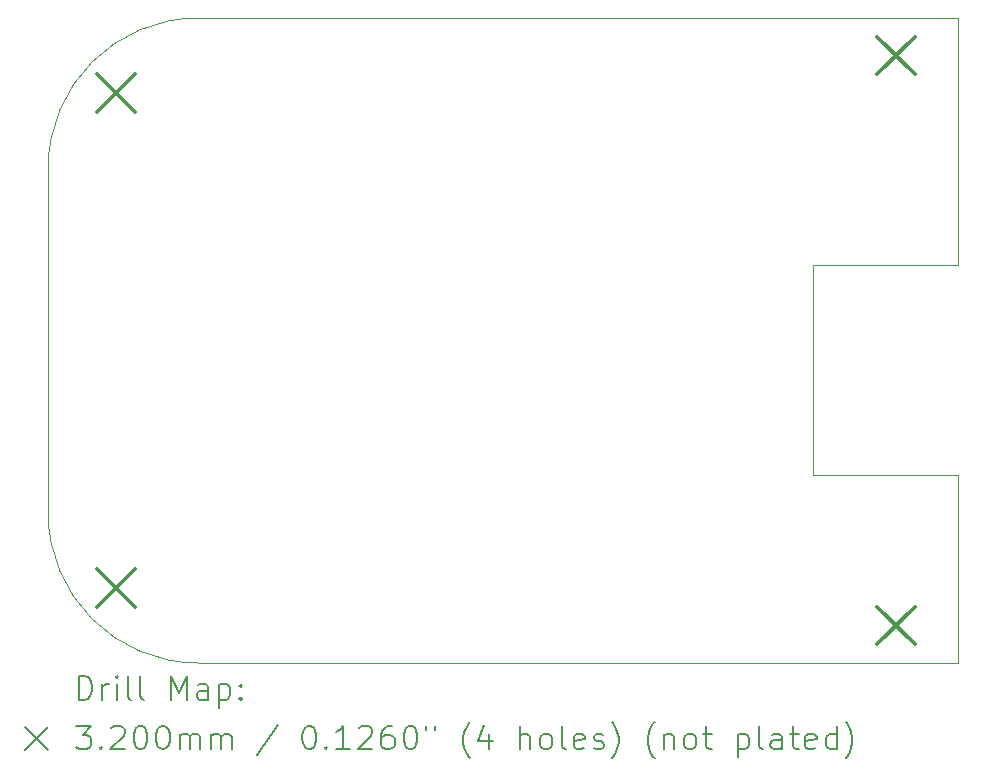
<source format=gbr>
%TF.GenerationSoftware,KiCad,Pcbnew,6.0.10-86aedd382b~118~ubuntu20.04.1*%
%TF.CreationDate,2023-01-08T00:17:38-08:00*%
%TF.ProjectId,stingray,7374696e-6772-4617-992e-6b696361645f,A1*%
%TF.SameCoordinates,Original*%
%TF.FileFunction,Drillmap*%
%TF.FilePolarity,Positive*%
%FSLAX45Y45*%
G04 Gerber Fmt 4.5, Leading zero omitted, Abs format (unit mm)*
G04 Created by KiCad (PCBNEW 6.0.10-86aedd382b~118~ubuntu20.04.1) date 2023-01-08 00:17:38*
%MOMM*%
%LPD*%
G01*
G04 APERTURE LIST*
%ADD10C,0.002540*%
%ADD11C,0.200000*%
%ADD12C,0.320000*%
G04 APERTURE END LIST*
D10*
X17700000Y-10603500D02*
X16477000Y-10603500D01*
X11270000Y-12191000D02*
X17700000Y-12191000D01*
X10000000Y-8000000D02*
X10000000Y-10921000D01*
X17700000Y-6730000D02*
X11270000Y-6730000D01*
X16477000Y-10603500D02*
X16477000Y-8825500D01*
X10000000Y-10921000D02*
G75*
G03*
X11270000Y-12191000I1270000J0D01*
G01*
X16477000Y-8825500D02*
X17700000Y-8825500D01*
X17700000Y-8825500D02*
X17700000Y-6730000D01*
X11270000Y-6730000D02*
G75*
G03*
X10000000Y-8000000I0J-1270000D01*
G01*
X17700000Y-12191000D02*
X17700000Y-10603500D01*
D11*
D12*
X10411500Y-7205000D02*
X10731500Y-7525000D01*
X10731500Y-7205000D02*
X10411500Y-7525000D01*
X10411500Y-11396000D02*
X10731500Y-11716000D01*
X10731500Y-11396000D02*
X10411500Y-11716000D01*
X17015500Y-6887500D02*
X17335500Y-7207500D01*
X17335500Y-6887500D02*
X17015500Y-7207500D01*
X17015500Y-11713500D02*
X17335500Y-12033500D01*
X17335500Y-11713500D02*
X17015500Y-12033500D01*
D11*
X10257492Y-12501603D02*
X10257492Y-12301603D01*
X10305111Y-12301603D01*
X10333683Y-12311127D01*
X10352730Y-12330175D01*
X10362254Y-12349222D01*
X10371778Y-12387317D01*
X10371778Y-12415889D01*
X10362254Y-12453984D01*
X10352730Y-12473032D01*
X10333683Y-12492079D01*
X10305111Y-12501603D01*
X10257492Y-12501603D01*
X10457492Y-12501603D02*
X10457492Y-12368270D01*
X10457492Y-12406365D02*
X10467016Y-12387317D01*
X10476540Y-12377794D01*
X10495587Y-12368270D01*
X10514635Y-12368270D01*
X10581302Y-12501603D02*
X10581302Y-12368270D01*
X10581302Y-12301603D02*
X10571778Y-12311127D01*
X10581302Y-12320651D01*
X10590825Y-12311127D01*
X10581302Y-12301603D01*
X10581302Y-12320651D01*
X10705111Y-12501603D02*
X10686063Y-12492079D01*
X10676540Y-12473032D01*
X10676540Y-12301603D01*
X10809873Y-12501603D02*
X10790825Y-12492079D01*
X10781302Y-12473032D01*
X10781302Y-12301603D01*
X11038444Y-12501603D02*
X11038444Y-12301603D01*
X11105111Y-12444460D01*
X11171778Y-12301603D01*
X11171778Y-12501603D01*
X11352730Y-12501603D02*
X11352730Y-12396841D01*
X11343206Y-12377794D01*
X11324159Y-12368270D01*
X11286063Y-12368270D01*
X11267016Y-12377794D01*
X11352730Y-12492079D02*
X11333682Y-12501603D01*
X11286063Y-12501603D01*
X11267016Y-12492079D01*
X11257492Y-12473032D01*
X11257492Y-12453984D01*
X11267016Y-12434936D01*
X11286063Y-12425413D01*
X11333682Y-12425413D01*
X11352730Y-12415889D01*
X11447968Y-12368270D02*
X11447968Y-12568270D01*
X11447968Y-12377794D02*
X11467016Y-12368270D01*
X11505111Y-12368270D01*
X11524159Y-12377794D01*
X11533682Y-12387317D01*
X11543206Y-12406365D01*
X11543206Y-12463508D01*
X11533682Y-12482555D01*
X11524159Y-12492079D01*
X11505111Y-12501603D01*
X11467016Y-12501603D01*
X11447968Y-12492079D01*
X11628921Y-12482555D02*
X11638444Y-12492079D01*
X11628921Y-12501603D01*
X11619397Y-12492079D01*
X11628921Y-12482555D01*
X11628921Y-12501603D01*
X11628921Y-12377794D02*
X11638444Y-12387317D01*
X11628921Y-12396841D01*
X11619397Y-12387317D01*
X11628921Y-12377794D01*
X11628921Y-12396841D01*
X9799873Y-12731127D02*
X9999873Y-12931127D01*
X9999873Y-12731127D02*
X9799873Y-12931127D01*
X10238444Y-12721603D02*
X10362254Y-12721603D01*
X10295587Y-12797794D01*
X10324159Y-12797794D01*
X10343206Y-12807317D01*
X10352730Y-12816841D01*
X10362254Y-12835889D01*
X10362254Y-12883508D01*
X10352730Y-12902555D01*
X10343206Y-12912079D01*
X10324159Y-12921603D01*
X10267016Y-12921603D01*
X10247968Y-12912079D01*
X10238444Y-12902555D01*
X10447968Y-12902555D02*
X10457492Y-12912079D01*
X10447968Y-12921603D01*
X10438444Y-12912079D01*
X10447968Y-12902555D01*
X10447968Y-12921603D01*
X10533683Y-12740651D02*
X10543206Y-12731127D01*
X10562254Y-12721603D01*
X10609873Y-12721603D01*
X10628921Y-12731127D01*
X10638444Y-12740651D01*
X10647968Y-12759698D01*
X10647968Y-12778746D01*
X10638444Y-12807317D01*
X10524159Y-12921603D01*
X10647968Y-12921603D01*
X10771778Y-12721603D02*
X10790825Y-12721603D01*
X10809873Y-12731127D01*
X10819397Y-12740651D01*
X10828921Y-12759698D01*
X10838444Y-12797794D01*
X10838444Y-12845413D01*
X10828921Y-12883508D01*
X10819397Y-12902555D01*
X10809873Y-12912079D01*
X10790825Y-12921603D01*
X10771778Y-12921603D01*
X10752730Y-12912079D01*
X10743206Y-12902555D01*
X10733683Y-12883508D01*
X10724159Y-12845413D01*
X10724159Y-12797794D01*
X10733683Y-12759698D01*
X10743206Y-12740651D01*
X10752730Y-12731127D01*
X10771778Y-12721603D01*
X10962254Y-12721603D02*
X10981302Y-12721603D01*
X11000349Y-12731127D01*
X11009873Y-12740651D01*
X11019397Y-12759698D01*
X11028921Y-12797794D01*
X11028921Y-12845413D01*
X11019397Y-12883508D01*
X11009873Y-12902555D01*
X11000349Y-12912079D01*
X10981302Y-12921603D01*
X10962254Y-12921603D01*
X10943206Y-12912079D01*
X10933683Y-12902555D01*
X10924159Y-12883508D01*
X10914635Y-12845413D01*
X10914635Y-12797794D01*
X10924159Y-12759698D01*
X10933683Y-12740651D01*
X10943206Y-12731127D01*
X10962254Y-12721603D01*
X11114635Y-12921603D02*
X11114635Y-12788270D01*
X11114635Y-12807317D02*
X11124159Y-12797794D01*
X11143206Y-12788270D01*
X11171778Y-12788270D01*
X11190825Y-12797794D01*
X11200349Y-12816841D01*
X11200349Y-12921603D01*
X11200349Y-12816841D02*
X11209873Y-12797794D01*
X11228921Y-12788270D01*
X11257492Y-12788270D01*
X11276540Y-12797794D01*
X11286063Y-12816841D01*
X11286063Y-12921603D01*
X11381301Y-12921603D02*
X11381301Y-12788270D01*
X11381301Y-12807317D02*
X11390825Y-12797794D01*
X11409873Y-12788270D01*
X11438444Y-12788270D01*
X11457492Y-12797794D01*
X11467016Y-12816841D01*
X11467016Y-12921603D01*
X11467016Y-12816841D02*
X11476540Y-12797794D01*
X11495587Y-12788270D01*
X11524159Y-12788270D01*
X11543206Y-12797794D01*
X11552730Y-12816841D01*
X11552730Y-12921603D01*
X11943206Y-12712079D02*
X11771778Y-12969222D01*
X12200349Y-12721603D02*
X12219397Y-12721603D01*
X12238444Y-12731127D01*
X12247968Y-12740651D01*
X12257492Y-12759698D01*
X12267016Y-12797794D01*
X12267016Y-12845413D01*
X12257492Y-12883508D01*
X12247968Y-12902555D01*
X12238444Y-12912079D01*
X12219397Y-12921603D01*
X12200349Y-12921603D01*
X12181301Y-12912079D01*
X12171778Y-12902555D01*
X12162254Y-12883508D01*
X12152730Y-12845413D01*
X12152730Y-12797794D01*
X12162254Y-12759698D01*
X12171778Y-12740651D01*
X12181301Y-12731127D01*
X12200349Y-12721603D01*
X12352730Y-12902555D02*
X12362254Y-12912079D01*
X12352730Y-12921603D01*
X12343206Y-12912079D01*
X12352730Y-12902555D01*
X12352730Y-12921603D01*
X12552730Y-12921603D02*
X12438444Y-12921603D01*
X12495587Y-12921603D02*
X12495587Y-12721603D01*
X12476540Y-12750175D01*
X12457492Y-12769222D01*
X12438444Y-12778746D01*
X12628921Y-12740651D02*
X12638444Y-12731127D01*
X12657492Y-12721603D01*
X12705111Y-12721603D01*
X12724159Y-12731127D01*
X12733682Y-12740651D01*
X12743206Y-12759698D01*
X12743206Y-12778746D01*
X12733682Y-12807317D01*
X12619397Y-12921603D01*
X12743206Y-12921603D01*
X12914635Y-12721603D02*
X12876540Y-12721603D01*
X12857492Y-12731127D01*
X12847968Y-12740651D01*
X12828921Y-12769222D01*
X12819397Y-12807317D01*
X12819397Y-12883508D01*
X12828921Y-12902555D01*
X12838444Y-12912079D01*
X12857492Y-12921603D01*
X12895587Y-12921603D01*
X12914635Y-12912079D01*
X12924159Y-12902555D01*
X12933682Y-12883508D01*
X12933682Y-12835889D01*
X12924159Y-12816841D01*
X12914635Y-12807317D01*
X12895587Y-12797794D01*
X12857492Y-12797794D01*
X12838444Y-12807317D01*
X12828921Y-12816841D01*
X12819397Y-12835889D01*
X13057492Y-12721603D02*
X13076540Y-12721603D01*
X13095587Y-12731127D01*
X13105111Y-12740651D01*
X13114635Y-12759698D01*
X13124159Y-12797794D01*
X13124159Y-12845413D01*
X13114635Y-12883508D01*
X13105111Y-12902555D01*
X13095587Y-12912079D01*
X13076540Y-12921603D01*
X13057492Y-12921603D01*
X13038444Y-12912079D01*
X13028921Y-12902555D01*
X13019397Y-12883508D01*
X13009873Y-12845413D01*
X13009873Y-12797794D01*
X13019397Y-12759698D01*
X13028921Y-12740651D01*
X13038444Y-12731127D01*
X13057492Y-12721603D01*
X13200349Y-12721603D02*
X13200349Y-12759698D01*
X13276540Y-12721603D02*
X13276540Y-12759698D01*
X13571778Y-12997794D02*
X13562254Y-12988270D01*
X13543206Y-12959698D01*
X13533682Y-12940651D01*
X13524159Y-12912079D01*
X13514635Y-12864460D01*
X13514635Y-12826365D01*
X13524159Y-12778746D01*
X13533682Y-12750175D01*
X13543206Y-12731127D01*
X13562254Y-12702555D01*
X13571778Y-12693032D01*
X13733682Y-12788270D02*
X13733682Y-12921603D01*
X13686063Y-12712079D02*
X13638444Y-12854936D01*
X13762254Y-12854936D01*
X13990825Y-12921603D02*
X13990825Y-12721603D01*
X14076540Y-12921603D02*
X14076540Y-12816841D01*
X14067016Y-12797794D01*
X14047968Y-12788270D01*
X14019397Y-12788270D01*
X14000349Y-12797794D01*
X13990825Y-12807317D01*
X14200349Y-12921603D02*
X14181301Y-12912079D01*
X14171778Y-12902555D01*
X14162254Y-12883508D01*
X14162254Y-12826365D01*
X14171778Y-12807317D01*
X14181301Y-12797794D01*
X14200349Y-12788270D01*
X14228921Y-12788270D01*
X14247968Y-12797794D01*
X14257492Y-12807317D01*
X14267016Y-12826365D01*
X14267016Y-12883508D01*
X14257492Y-12902555D01*
X14247968Y-12912079D01*
X14228921Y-12921603D01*
X14200349Y-12921603D01*
X14381301Y-12921603D02*
X14362254Y-12912079D01*
X14352730Y-12893032D01*
X14352730Y-12721603D01*
X14533682Y-12912079D02*
X14514635Y-12921603D01*
X14476540Y-12921603D01*
X14457492Y-12912079D01*
X14447968Y-12893032D01*
X14447968Y-12816841D01*
X14457492Y-12797794D01*
X14476540Y-12788270D01*
X14514635Y-12788270D01*
X14533682Y-12797794D01*
X14543206Y-12816841D01*
X14543206Y-12835889D01*
X14447968Y-12854936D01*
X14619397Y-12912079D02*
X14638444Y-12921603D01*
X14676540Y-12921603D01*
X14695587Y-12912079D01*
X14705111Y-12893032D01*
X14705111Y-12883508D01*
X14695587Y-12864460D01*
X14676540Y-12854936D01*
X14647968Y-12854936D01*
X14628921Y-12845413D01*
X14619397Y-12826365D01*
X14619397Y-12816841D01*
X14628921Y-12797794D01*
X14647968Y-12788270D01*
X14676540Y-12788270D01*
X14695587Y-12797794D01*
X14771778Y-12997794D02*
X14781301Y-12988270D01*
X14800349Y-12959698D01*
X14809873Y-12940651D01*
X14819397Y-12912079D01*
X14828921Y-12864460D01*
X14828921Y-12826365D01*
X14819397Y-12778746D01*
X14809873Y-12750175D01*
X14800349Y-12731127D01*
X14781301Y-12702555D01*
X14771778Y-12693032D01*
X15133682Y-12997794D02*
X15124159Y-12988270D01*
X15105111Y-12959698D01*
X15095587Y-12940651D01*
X15086063Y-12912079D01*
X15076540Y-12864460D01*
X15076540Y-12826365D01*
X15086063Y-12778746D01*
X15095587Y-12750175D01*
X15105111Y-12731127D01*
X15124159Y-12702555D01*
X15133682Y-12693032D01*
X15209873Y-12788270D02*
X15209873Y-12921603D01*
X15209873Y-12807317D02*
X15219397Y-12797794D01*
X15238444Y-12788270D01*
X15267016Y-12788270D01*
X15286063Y-12797794D01*
X15295587Y-12816841D01*
X15295587Y-12921603D01*
X15419397Y-12921603D02*
X15400349Y-12912079D01*
X15390825Y-12902555D01*
X15381301Y-12883508D01*
X15381301Y-12826365D01*
X15390825Y-12807317D01*
X15400349Y-12797794D01*
X15419397Y-12788270D01*
X15447968Y-12788270D01*
X15467016Y-12797794D01*
X15476540Y-12807317D01*
X15486063Y-12826365D01*
X15486063Y-12883508D01*
X15476540Y-12902555D01*
X15467016Y-12912079D01*
X15447968Y-12921603D01*
X15419397Y-12921603D01*
X15543206Y-12788270D02*
X15619397Y-12788270D01*
X15571778Y-12721603D02*
X15571778Y-12893032D01*
X15581301Y-12912079D01*
X15600349Y-12921603D01*
X15619397Y-12921603D01*
X15838444Y-12788270D02*
X15838444Y-12988270D01*
X15838444Y-12797794D02*
X15857492Y-12788270D01*
X15895587Y-12788270D01*
X15914635Y-12797794D01*
X15924159Y-12807317D01*
X15933682Y-12826365D01*
X15933682Y-12883508D01*
X15924159Y-12902555D01*
X15914635Y-12912079D01*
X15895587Y-12921603D01*
X15857492Y-12921603D01*
X15838444Y-12912079D01*
X16047968Y-12921603D02*
X16028921Y-12912079D01*
X16019397Y-12893032D01*
X16019397Y-12721603D01*
X16209873Y-12921603D02*
X16209873Y-12816841D01*
X16200349Y-12797794D01*
X16181301Y-12788270D01*
X16143206Y-12788270D01*
X16124159Y-12797794D01*
X16209873Y-12912079D02*
X16190825Y-12921603D01*
X16143206Y-12921603D01*
X16124159Y-12912079D01*
X16114635Y-12893032D01*
X16114635Y-12873984D01*
X16124159Y-12854936D01*
X16143206Y-12845413D01*
X16190825Y-12845413D01*
X16209873Y-12835889D01*
X16276540Y-12788270D02*
X16352730Y-12788270D01*
X16305111Y-12721603D02*
X16305111Y-12893032D01*
X16314635Y-12912079D01*
X16333682Y-12921603D01*
X16352730Y-12921603D01*
X16495587Y-12912079D02*
X16476540Y-12921603D01*
X16438444Y-12921603D01*
X16419397Y-12912079D01*
X16409873Y-12893032D01*
X16409873Y-12816841D01*
X16419397Y-12797794D01*
X16438444Y-12788270D01*
X16476540Y-12788270D01*
X16495587Y-12797794D01*
X16505111Y-12816841D01*
X16505111Y-12835889D01*
X16409873Y-12854936D01*
X16676540Y-12921603D02*
X16676540Y-12721603D01*
X16676540Y-12912079D02*
X16657492Y-12921603D01*
X16619397Y-12921603D01*
X16600349Y-12912079D01*
X16590825Y-12902555D01*
X16581301Y-12883508D01*
X16581301Y-12826365D01*
X16590825Y-12807317D01*
X16600349Y-12797794D01*
X16619397Y-12788270D01*
X16657492Y-12788270D01*
X16676540Y-12797794D01*
X16752730Y-12997794D02*
X16762254Y-12988270D01*
X16781302Y-12959698D01*
X16790825Y-12940651D01*
X16800349Y-12912079D01*
X16809873Y-12864460D01*
X16809873Y-12826365D01*
X16800349Y-12778746D01*
X16790825Y-12750175D01*
X16781302Y-12731127D01*
X16762254Y-12702555D01*
X16752730Y-12693032D01*
M02*

</source>
